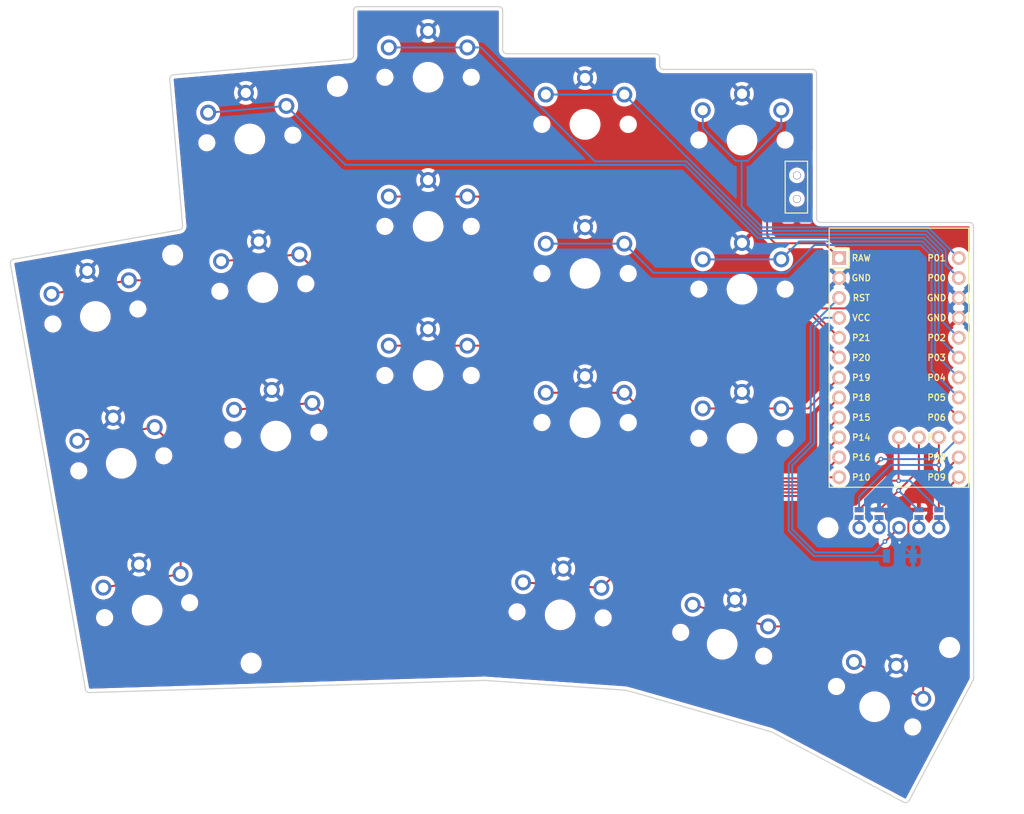
<source format=kicad_pcb>
(kicad_pcb (version 20240108) (generator "pcbnew") (generator_version "8.0")
  (title_block (title "main") (date "2025-09-07") (rev "v1.0.0") (company "Unknown"))
  (layers (0 "F.Cu" signal) (31 "B.Cu" signal) (34 "B.Paste" user) (35 "F.Paste" user) (36 "B.SilkS" user "B.Silkscreen") (37 "F.SilkS" user "F.Silkscreen") (38 "B.Mask" user) (39 "F.Mask" user) (44 "Edge.Cuts" user))
  (net 0 "")
  (net 1 "keys_pinky_bottom")
  (net 2 "GND")
  (net 3 "keys_pinky_home")
  (net 4 "keys_pinky_top")
  (net 5 "keys_ring_bottom")
  (net 6 "keys_ring_home")
  (net 7 "keys_ring_top")
  (net 8 "keys_middle_bottom")
  (net 9 "keys_middle_home")
  (net 10 "keys_middle_top")
  (net 11 "keys_index_bottom")
  (net 12 "keys_index_home")
  (net 13 "keys_index_top")
  (net 14 "keys_inner_bottom")
  (net 15 "keys_inner_home")
  (net 16 "keys_inner_top")
  (net 17 "keys_thumb_inner")
  (net 18 "keys_thumb_home")
  (net 19 "keys_thumb_outer")
  (net 20 "RAW")
  (net 21 "RST")
  (net 22 "VCC")
  (net 23 "MOSI")
  (net 24 "SCK")
  (net 25 "CS")
  (net 26 "nice!view1_1")
  (net 27 "nice!view1_2")
  (net 28 "nice!view1_4")
  (net 29 "nice!view1_5")
  (net 30 "B+")
  (footprint "E73:SPDT_C128955" (layer "F.Cu") (at 232.797799 96.095406 -90)
    (property "Reference" "T1" (hide yes))
    (property "Value" "" (hide yes))
    (fp_line (start -3.3 1.5) (end 3.3 1.5) (stroke (width 0.15)) (layer "F.SilkS"))
    (fp_line (start 3.3 1.5) (end 3.3 -1.35) (stroke (width 0.15)) (layer "F.SilkS"))
    (fp_line (start -3.3 -1.35) (end -3.3 1.5) (stroke (width 0.15)) (layer "F.SilkS"))
    (fp_line (start 0 -1.35) (end -3.3 -1.35) (stroke (width 0.15)) (layer "F.SilkS"))
    (fp_line (start 0 -1.35) (end 3.3 -1.35) (stroke (width 0.15)) (layer "F.SilkS"))
    (fp_line (start 1.95 -1.35) (end -1.95 -1.35) (stroke (width 0.15)) (layer "F.SilkS"))
    (pad "" smd rect (at -3.7 -1.1 270) (size 0.9 0.9) (layers "F.Cu" "F.Paste" "F.Mask"))
    (pad "" smd rect (at -3.7 1.1 270) (size 0.9 0.9) (layers "F.Cu" "F.Paste" "F.Mask"))
    (pad "" np_thru_hole circle (at -1.5 0) (size 1 1) (drill 0.9) (layers "*.Cu" "*.Mask"))
    (pad "" np_thru_hole circle (at 1.5 0) (size 1 1) (drill 0.9) (layers "*.Cu" "*.Mask"))
    (pad "" smd rect (at 3.7 -1.1 270) (size 0.9 0.9) (layers "F.Cu" "F.Paste" "F.Mask"))
    (pad "" smd rect (at 3.7 1.1 270) (size 0.9 0.9) (layers "F.Cu" "F.Paste" "F.Mask"))
    (pad "1" smd rect (at 2.25 2.075 270) (size 0.9 1.25) (layers "F.Cu" "F.Paste" "F.Mask") (net 30 "B+"))
    (pad "2" smd rect (at -0.75 2.075 270) (size 0.9 1.25) (layers "F.Cu" "F.Paste" "F.Mask") (net 20 "RAW"))
    (pad "3" smd rect (at -2.25 2.075 270) (size 0.9 1.25) (layers "F.Cu" "F.Paste" "F.Mask"))
  )
  (footprint "b3u1000p" (layer "F.Cu") (at 245.897799 143.095406 180)
    (property "Reference" "" (at 0 0 180) (layer "F.SilkS") (effects (font (size 1.27 1.27))))
    (property "Value" "")
    (pad "1" smd rect (at 1.7 0 180) (size 0.9 1.7) (layers "B.Cu" "B.Paste" "B.Mask") (net 21 "RST"))
    (pad "2" smd rect (at -1.7 0 180) (size 0.9 1.7) (layers "B.Cu" "B.Paste" "B.Mask") (net 2 "GND"))
  )
  (footprint "PG1350" (layer "F.Cu") (at 166.39684 127.815689 5)
    (property "Reference" "S4" (hide yes))
    (property "Value" "" (hide yes))
    (pad "" np_thru_hole circle (at -5.5 0) (size 1.7018 1.7018) (drill 1.7018) (layers "*.Cu" "*.Mask"))
    (pad "" np_thru_hole circle (at 0 0) (size 3.429 3.429) (drill 3.429) (layers "*.Cu" "*.Mask"))
    (pad "" np_thru_hole circle (at 5.5 0) (size 1.7018 1.7018) (drill 1.7018) (layers "*.Cu" "*.Mask"))
    (pad "1" thru_hole circle (at -5 -3.8) (size 2.032 2.032) (drill 1.27) (layers "*.Cu" "*.Mask") (net 5 "keys_ring_bottom"))
    (pad "1" thru_hole circle (at 5 -3.8) (size 2.032 2.032) (drill 1.27) (layers "*.Cu" "*.Mask") (net 5 "keys_ring_bottom"))
    (pad "2" thru_hole circle (at 0 -5.9) (size 2.032 2.032) (drill 1.27) (layers "*.Cu" "*.Mask") (net 2 "GND"))
    (pad "2" thru_hole circle (at 0 -5.9) (size 2.032 2.032) (drill 1.27) (layers "*.Cu" "*.Mask") (net 2 "GND"))
  )
  (footprint "PG1350" (layer "F.Cu") (at 163.084922 89.960291 5)
    (property "Reference" "S6" (hide yes))
    (property "Value" "" (hide yes))
    (pad "" np_thru_hole circle (at -5.5 0) (size 1.7018 1.7018) (drill 1.7018) (layers "*.Cu" "*.Mask"))
    (pad "" np_thru_hole circle (at 0 0) (size 3.429 3.429) (drill 3.429) (layers "*.Cu" "*.Mask"))
    (pad "" np_thru_hole circle (at 5.5 0) (size 1.7018 1.7018) (drill 1.7018) (layers "*.Cu" "*.Mask"))
    (pad "1" thru_hole circle (at -5 -3.8) (size 2.032 2.032) (drill 1.27) (layers "*.Cu" "*.Mask") (net 7 "keys_ring_top"))
    (pad "1" thru_hole circle (at 5 -3.8) (size 2.032 2.032) (drill 1.27) (layers "*.Cu" "*.Mask") (net 7 "keys_ring_top"))
    (pad "2" thru_hole circle (at 0 -5.9) (size 2.032 2.032) (drill 1.27) (layers "*.Cu" "*.Mask") (net 2 "GND"))
    (pad "2" thru_hole circle (at 0 -5.9) (size 2.032 2.032) (drill 1.27) (layers "*.Cu" "*.Mask") (net 2 "GND"))
  )
  (footprint "PG1350" (layer "F.Cu") (at 223.272301 154.342611 -16)
    (property "Reference" "S17" (hide yes))
    (property "Value" "" (hide yes))
    (pad "" np_thru_hole circle (at -5.5 0) (size 1.7018 1.7018) (drill 1.7018) (layers "*.Cu" "*.Mask"))
    (pad "" np_thru_hole circle (at 0 0) (size 3.429 3.429) (drill 3.429) (layers "*.Cu" "*.Mask"))
    (pad "" np_thru_hole circle (at 5.5 0) (size 1.7018 1.7018) (drill 1.7018) (layers "*.Cu" "*.Mask"))
    (pad "1" thru_hole circle (at -5 -3.8) (size 2.032 2.032) (drill 1.27) (layers "*.Cu" "*.Mask") (net 18 "keys_thumb_home"))
    (pad "1" thru_hole circle (at 4.999999 -3.8) (size 2.032 2.032) (drill 1.27) (layers "*.Cu" "*.Mask") (net 18 "keys_thumb_home"))
    (pad "2" thru_hole circle (at 0 -5.9) (size 2.032 2.032) (drill 1.27) (layers "*.Cu" "*.Mask") (net 2 "GND"))
    (pad "2" thru_hole circle (at 0 -5.9) (size 2.032 2.032) (drill 1.27) (layers "*.Cu" "*.Mask") (net 2 "GND"))
  )
  (footprint "PG1350" (layer "F.Cu") (at 185.797799 120.095406)
    (property "Reference" "S7" (hide yes))
    (property "Value" "" (hide yes))
    (pad "" np_thru_hole circle (at -5.5 0) (size 1.7018 1.7018) (drill 1.7018) (layers "*.Cu" "*.Mask"))
    (pad "" np_thru_hole circle (at 0 0) (size 3.429 3.429) (drill 3.429) (layers "*.Cu" "*.Mask"))
    (pad "" np_thru_hole circle (at 5.5 0) (size 1.7018 1.7018) (drill 1.7018) (layers "*.Cu" "*.Mask"))
    (pad "1" thru_hole circle (at -5 -3.8) (size 2.032 2.032) (drill 1.27) (layers "*.Cu" "*.Mask") (net 8 "keys_middle_bottom"))
    (pad "1" thru_hole circle (at 5 -3.8) (size 2.032 2.032) (drill 1.27) (layers "*.Cu" "*.Mask") (net 8 "keys_middle_bottom"))
    (pad "2" thru_hole circle (at 0 -5.9) (size 2.032 2.032) (drill 1.27) (layers "*.Cu" "*.Mask") (net 2 "GND"))
    (pad "2" thru_hole circle (at 0 -5.9) (size 2.032 2.032) (drill 1.27) (layers "*.Cu" "*.Mask") (net 2 "GND"))
  )
  (footprint "PG1350" (layer "F.Cu") (at 205.797799 107.095406)
    (property "Reference" "S11" (hide yes))
    (property "Value" "" (hide yes))
    (pad "" np_thru_hole circle (at -5.5 0) (size 1.7018 1.7018) (drill 1.7018) (layers "*.Cu" "*.Mask"))
    (pad "" np_thru_hole circle (at 0 0) (size 3.429 3.429) (drill 3.429) (layers "*.Cu" "*.Mask"))
    (pad "" np_thru_hole circle (at 5.5 0) (size 1.7018 1.7018) (drill 1.7018) (layers "*.Cu" "*.Mask"))
    (pad "1" thru_hole circle (at -5 -3.8) (size 2.032 2.032) (drill 1.27) (layers "*.Cu" "*.Mask") (net 12 "keys_index_home"))
    (pad "1" thru_hole circle (at 5 -3.8) (size 2.032 2.032) (drill 1.27) (layers "*.Cu" "*.Mask") (net 12 "keys_index_home"))
    (pad "2" thru_hole circle (at 0 -5.9) (size 2.032 2.032) (drill 1.27) (layers "*.Cu" "*.Mask") (net 2 "GND"))
    (pad "2" thru_hole circle (at 0 -5.9) (size 2.032 2.032) (drill 1.27) (layers "*.Cu" "*.Mask") (net 2 "GND"))
  )
  (footprint "PG1350" (layer "F.Cu") (at 185.797799 101.095406)
    (property "Reference" "S8" (hide yes))
    (property "Value" "" (hide yes))
    (pad "" np_thru_hole circle (at -5.5 0) (size 1.7018 1.7018) (drill 1.7018) (layers "*.Cu" "*.Mask"))
    (pad "" np_thru_hole circle (at 0 0) (size 3.429 3.429) (drill 3.429) (layers "*.Cu" "*.Mask"))
    (pad "" np_thru_hole circle (at 5.5 0) (size 1.7018 1.7018) (drill 1.7018) (layers "*.Cu" "*.Mask"))
    (pad "1" thru_hole circle (at -5 -3.8) (size 2.032 2.032) (drill 1.27) (layers "*.Cu" "*.Mask") (net 9 "keys_middle_home"))
    (pad "1" thru_hole circle (at 5 -3.8) (size 2.032 2.032) (drill 1.27) (layers "*.Cu" "*.Mask") (net 9 "keys_middle_home"))
    (pad "2" thru_hole circle (at 0 -5.9) (size 2.032 2.032) (drill 1.27) (layers "*.Cu" "*.Mask") (net 2 "GND"))
    (pad "2" thru_hole circle (at 0 -5.9) (size 2.032 2.032) (drill 1.27) (layers "*.Cu" "*.Mask") (net 2 "GND"))
  )
  (footprint "PG1350" (layer "F.Cu") (at 185.797799 82.095406)
    (property "Reference" "S9" (hide yes))
    (property "Value" "" (hide yes))
    (pad "" np_thru_hole circle (at -5.5 0) (size 1.7018 1.7018) (drill 1.7018) (layers "*.Cu" "*.Mask"))
    (pad "" np_thru_hole circle (at 0 0) (size 3.429 3.429) (drill 3.429) (layers "*.Cu" "*.Mask"))
    (pad "" np_thru_hole circle (at 5.5 0) (size 1.7018 1.7018) (drill 1.7018) (layers "*.Cu" "*.Mask"))
    (pad "1" thru_hole circle (at -5 -3.8) (size 2.032 2.032) (drill 1.27) (layers "*.Cu" "*.Mask") (net 10 "keys_middle_top"))
    (pad "1" thru_hole circle (at 5 -3.8) (size 2.032 2.032) (drill 1.27) (layers "*.Cu" "*.Mask") (net 10 "keys_middle_top"))
    (pad "2" thru_hole circle (at 0 -5.9) (size 2.032 2.032) (drill 1.27) (layers "*.Cu" "*.Mask") (net 2 "GND"))
    (pad "2" thru_hole circle (at 0 -5.9) (size 2.032 2.032) (drill 1.27) (layers "*.Cu" "*.Mask") (net 2 "GND"))
  )
  (footprint "MountingHole:MountingHole_2.2mm_M2" (layer "F.Cu") (at 163.25 156.75)
    (property "Reference" "REF**" (hide yes))
    (property "Value" "MountingHole_2.2mm_M2")
    (pad "" np_thru_hole circle (at 0 0) (size 2.2 2.2) (drill 2.2) (layers "*.Cu" "*.Mask"))
  )
  (footprint "MountingHole:MountingHole_2.2mm_M2" (layer "F.Cu") (at 236.75 139.5)
    (property "Reference" "REF**" (hide yes))
    (property "Value" "MountingHole_2.2mm_M2")
    (pad "" np_thru_hole circle (at 0 0) (size 2.2 2.2) (drill 2.2) (layers "*.Cu" "*.Mask"))
  )
  (footprint "PG1350" (layer "F.Cu") (at 242.691475 162.301204 -28)
    (property "Reference" "S18" (hide yes))
    (property "Value" "" (hide yes))
    (pad "" np_thru_hole circle (at -5.5 0) (size 1.7018 1.7018) (drill 1.7018) (layers "*.Cu" "*.Mask"))
    (pad "" np_thru_hole circle (at 0 0) (size 3.429 3.429) (drill 3.429) (layers "*.Cu" "*.Mask"))
    (pad "" np_thru_hole circle (at 5.5 0) (size 1.7018 1.7018) (drill 1.7018) (layers "*.Cu" "*.Mask"))
    (pad "1" thru_hole circle (at -5 -3.8) (size 2.032 2.032) (drill 1.27) (layers "*.Cu" "*.Mask") (net 19 "keys_thumb_outer"))
    (pad "1" thru_hole circle (at 5 -3.8) (size 2.032 2.032) (drill 1.27) (layers "*.Cu" "*.Mask") (net 19 "keys_thumb_outer"))
    (pad "2" thru_hole circle (at 0 -5.9) (size 2.032 2.032) (drill 1.27) (layers "*.Cu" "*.Mask") (net 2 "GND"))
    (pad "2" thru_hole circle (at 0 -5.9) (size 2.032 2.032) (drill 1.27) (layers "*.Cu" "*.Mask") (net 2 "GND"))
  )
  (footprint "PG1350" (layer "F.Cu") (at 164.740881 108.88799 5)
    (property "Reference" "S5" (hide yes))
    (property "Value" "" (hide yes))
    (pad "" np_thru_hole circle (at -5.5 0) (size 1.7018 1.7018) (drill 1.7018) (layers "*.Cu" "*.Mask"))
    (pad "" np_thru_hole circle (at 0 0) (size 3.429 3.429) (drill 3.429) (layers "*.Cu" "*.Mask"))
    (pad "" np_thru_hole circle (at 5.5 0) (size 1.7018 1.7018) (drill 1.7018) (layers "*.Cu" "*.Mask"))
    (pad "1" thru_hole circle (at -5 -3.8) (size 2.032 2.032) (drill 1.27) (layers "*.Cu" "*.Mask") (net 6 "keys_ring_home"))
    (pad "1" thru_hole circle (at 5 -3.8) (size 2.032 2.032) (drill 1.27) (layers "*.Cu" "*.Mask") (net 6 "keys_ring_home"))
    (pad "2" thru_hole circle (at 0 -5.9) (size 2.032 2.032) (drill 1.27) (layers "*.Cu" "*.Mask") (net 2 "GND"))
    (pad "2" thru_hole circle (at 0 -5.9) (size 2.032 2.032) (drill 1.27) (layers "*.Cu" "*.Mask") (net 2 "GND"))
  )
  (footprint "lib:niceview" (layer "F.Cu") (at 240.717799 141.095406 90)
    (property "Reference" "nice!view1" (hide yes))
    (property "Value" "nice!view" (hide yes))
    (pad "1" thru_hole oval (at 1.6 0) (size 1.7 1.7) (drill 1) (layers "*.Cu" "*.Mask") (net 26 "nice!view1_1"))
    (pad "1" smd rect (at 2.899 0 90) (size 0.635 1.143) (layers "F.Cu" "F.Paste" "F.Mask") (net 26 "nice!view1_1") (clearance 0.1905))
    (pad "1" smd rect (at 2.899 0 90) (size 0.635 1.143) (layers "B.Cu" "B.Paste" "B.Mask") (net 26 "nice!view1_1") (clearance 0.1905))
    (pad "1" smd rect (at 3.9 0 90) (size 0.635 1.143) (layers "F.Cu" "F.Paste" "F.Mask") (net 23 "MOSI") (clearance 0.1905))
    (pad "1" smd rect (at 3.9 0 90) (size 0.635 1.143) (layers "B.Cu" "B.Paste" "B.Mask") (net 25 "CS") (clearance 0.1905))
    (pad "2" thru_hole oval (at 1.6 2.54) (size 1.7 1.7) (drill 1) (layers "*.Cu" "*.Mask") (net 27 "nice!view1_2"))
    (pad "2" smd rect (at 2.899 2.54 90) (size 0.635 1.143) (layers "F.Cu" "F.Paste" "F.Mask") (net 27 "nice!view1_2") (clearance 0.1905))
    (pad "2" smd rect (at 2.899 2.54 90) (size 0.635 1.143) (layers "B.Cu" "B.Paste" "B.Mask") (net 27 "nice!view1_2") (clearance 0.1905))
    (pad "2" smd rect (at 3.9 2.54 90) (size 0.635 1.143) (layers "F.Cu" "F.Paste" "F.Mask") (net 24 "SCK") (clearance 0.1905))
    (pad "2" smd rect (at 3.9 2.54 90) (size 0.635 1.143) (layers "B.Cu" "B.Paste" "B.Mask") (net 2 "GND") (clearance 0.1905))
    (pad "3" thru_hole oval (at 1.6 5.08) (size 1.7 1.7) (drill 1) (layers "*.Cu" "*.Mask") (net 22 "VCC"))
    (pad "4" thru_hole oval (at 1.6 7.62) (size 1.7 1.7) (drill 1) (layers "*.Cu" "*.Mask") (net 28 "nice!view1_4"))
    (pad "4" smd rect (at 2.899 7.62 90) (size 0.635 1.143) (layers "F.Cu" "F.Paste" "F.Mask") (net 28 "nice!view1_4") (clearance 0.1905))
    (pad "4" smd rect (at 2.899 7.62 90) (size 0.635 1.143) (layers "B.Cu" "B.Paste" "B.Mask") (net 28 "nice!view1_4") (clearance 0.1905))
    (pad "4" smd rect (at 3.9 7.62 90) (size 0.635 1.143) (layers "F.Cu" "F.Paste" "F.Mask") (net 2 "GND") (clearance 0.1905))
    (pad "4" smd rect (at 3.9 7.62 90) (size 0.635 1.143) (layers "B.Cu" "B.Paste" "B.Mask") (net 24 "SCK") (clearance 0.1905))
    (pad "5" thru_hole oval (at 1.6 10.16) (size 1.7 1.7) (drill 1) (layers "*.Cu" "*.Mask") (net 29 "nice!view1_5"))
    (pad "5" smd rect (at 2.899 10.16 90) (size 0.635 1.143) (layers "F.Cu" "F.Paste" "F.Mask") (net 29 "nice!view1_5") (clearance 0.1905))
    (pad "5" smd rect (at 2.899 10.16 90) (size 0.635 1.143) (layers "B.Cu" "B.Paste" "B.Mask") (net 29 "nice!view1_5") (clearance 0.1905))
    (pad "5" smd rect (at 3.9 10.16 90) (size 0.635 1.143) (layers "F.Cu" "F.Paste" "F.Mask") (net 25 "CS") (clearance 0.1905))
    (pad "5" smd rect (at 3.9 10.16 90) (size 0.635 1.143) (layers "B.Cu" "B.Paste" "B.Mask") (net 23 "MOSI") (clearance 0.1905))
  )
  (footprint "PG1350" (layer "F.Cu") (at 225.797799 109.095406)
    (property "Reference" "S14" (hide yes))
    (property "Value" "" (hide yes))
    (pad "" np_thru_hole circle (at -5.5 0) (size 1.7018 1.7018) (drill 1.7018) (layers "*.Cu" "*.Mask"))
    (pad "" np_thru_hole circle (at 0 0) (size 3.429 3.429) (drill 3.429) (layers "*.Cu" "*.Mask"))
    (pad "" np_thru_hole circle (at 5.5 0) (size 1.7018 1.7018) (drill 1.7018) (layers "*.Cu" "*.Mask"))
    (pad "1" thru_hole circle (at -5 -3.8) (size 2.032 2.032) (drill 1.27) (layers "*.Cu" "*.Mask") (net 15 "keys_inner_home"))
    (pad "1" thru_hole circle (at 5 -3.8) (size 2.032 2.032) (drill 1.27) (layers "*.Cu" "*.Mask") (net 15 "keys_inner_home"))
    (pad "2" thru_hole circle (at 0 -5.9) (size 2.032 2.032) (drill 1.27) (layers "*.Cu" "*.Mask") (net 2 "GND"))
    (pad "2" thru_hole circle (at 0 -5.9) (size 2.032 2.032) (drill 1.27) (layers "*.Cu" "*.Mask") (net 2 "GND"))
  )
  (footprint "ProMicro" (layer "F.Cu") (at 245.797799 119.095406 -90)
    (property "Reference" "MCU1" (hide yes))
    (property "Value" "" (hide yes))
    (fp_line (start -17.78 8.89) (end 15.24 8.89) (stroke (width 0.15)) (layer "F.SilkS"))
    (fp_line (start 15.24 8.89) (end 15.24 -8.89) (stroke (width 0.15)) (layer "F.SilkS"))
    (fp_line (start -15.24 6.35) (end -15.24 8.89) (stroke (width 0.15)) (layer "F.SilkS"))
    (fp_line (start -15.24 6.35) (end -12.7 6.35) (stroke (width 0.15)) (layer "F.SilkS"))
    (fp_line (start -12.7 6.35) (end -12.7 8.89) (stroke (width 0.15)) (layer "F.SilkS"))
    (fp_line (start -17.78 -8.89) (end -17.78 8.89) (stroke (width 0.15)) (layer "F.SilkS"))
    (fp_line (start 15.24 -8.89) (end -17.78 -8.89) (stroke (width 0.15)) (layer "F.SilkS"))
    (fp_text user "P03" (at -1.27 -4.8 0) (layer "F.SilkS") (effects (font (size 0.8 0.8))))
    (fp_text user "RAW" (at -13.97 4.8 0) (layer "F.SilkS") (effects (font (size 0.8 0.8))))
    (fp_text user "P00" (at -11.43 -4.8 0) (layer "F.SilkS") (effects (font (size 0.8 0.8))))
    (fp_text user "P09" (at 13.97 -4.8 0) (layer "F.SilkS") (effects (font (size 0.8 0.8))))
    (fp_text user "P14" (at 8.89 4.8 0) (layer "F.SilkS") (effects (font (size 0.8 0.8))))
    (fp_text user "P20" (at -1.27 4.8 0) (layer "F.SilkS") (effects (font (size 0.8 0.8))))
    (fp_text user "P19" (at 1.27 4.8 0) (layer "F.SilkS") (effects (font (size 0.8 0.8))))
    (fp_text user "RST" (at -8.89 4.8 0) (layer "F.SilkS") (effects (font (size 0.8 0.8))))
    (fp_text user "P16" (at 11.43 4.8 0) (layer "F.SilkS") (effects (font (size 0.8 0.8))))
    (fp_text user "P15" (at 6.35 4.8 0) (layer "F.SilkS") (effects (font (size 0.8 0.8))))
    (fp_text user "P01" (at -13.97 -4.8 0) (layer "F.SilkS") (effects (font (size 0.8 0.8))))
    (fp_text user "GND" (at -8.89 -4.8 0) (layer "F.SilkS") (effects (font (size 0.8 0.8))))
    (fp_text user "P21" (at -3.81 4.8 0) (layer "F.SilkS") (effects (font (size 0.8 0.8))))
    (fp_text user "GND" (at -6.35 -4.8 0) (layer "F.SilkS") (effects (font (size 0.8 0.8))))
    (fp_text user "P06" (at 6.35 -4.8 0) (layer "F.SilkS") (effects (font (size 0.8 0.8))))
    (fp_text user "P08" (at 11.43 -4.8 0) (layer "F.SilkS") (effects (font (size 0.8 0.8))))
    (fp_text user "P18" (at 3.81 4.8 0) (layer "F.SilkS") (effects (font (size 0.8 0.8))))
    (fp_text user "P05" (at 3.81 -4.8 0) (layer "F.SilkS") (effects (font (size 0.8 0.8))))
    (fp_text user "P07" (at 8.89 -4.8 0) (layer "F.SilkS") (effects (font (size 0.8 0.8))))
    (fp_text user "P10" (at 13.97 4.8 0) (layer "F.SilkS") (effects (font (size 0.8 0.8))))
    (fp_text user "VCC" (at -6.35 4.8 0) (layer "F.SilkS") (effects (font (size 0.8 0.8))))
    (fp_text user "P02" (at -3.81 -4.8 0) (layer "F.SilkS") (effects (font (size 0.8 0.8))))
    (fp_text user "GND" (at -11.43 4.8 0) (layer "F.SilkS") (effects (font (size 0.8 0.8))))
    (fp_text user "P04" (at 1.27 -4.8 0) (layer "F.SilkS") (effects (font (size 0.8 0.8))))
    (pad "1" thru_hole rect (at -13.97 7.62 270) (size 1.7526 1.7526) (drill 1.0922) (layers "*.Cu" "*.SilkS" "*.Mask") (net 20 "RAW"))
    (pad "2" thru_hole circle (at -11.43 7.62) (size 1.7526 1.7526) (drill 1.0922) (layers "*.Cu" "*.SilkS" "*.Mask") (net 2 "GND"))
    (pad "3" thru_hole circle (at -8.89 7.62) (size 1.7526 1.7526) (drill 1.0922) (layers "*.Cu" "*.SilkS" "*.Mask") (net 21 "RST"))
    (pad "4" thru_hole circle (at -6.35 7.62) (size 1.7526 1.7526) (drill 1.0922) (layers "*.Cu" "*.SilkS" "*.Mask") (net 22 "VCC"))
    (pad "5" thru_hole circle (at -3.81 7.62) (size 1.7526 1.7526) (drill 1.0922) (layers "*.Cu" "*.SilkS" "*.Mask") (net 6 "keys_ring_home"))
    (pad "6" thru_hole circle (at -1.27 7.62) (size 1.7526 1.7526) (drill 1.0922) (layers "*.Cu" "*.SilkS" "*.Mask") (net 4 "keys_pinky_top"))
    (pad "7" thru_hole circle (at 1.27 7.62) (size 1.7526 1.7526) (drill 1.0922) (layers "*.Cu" "*.SilkS" "*.Mask") (net 14 "keys_inner_bottom"))
    (pad "8" thru_hole circle (at 3.81 7.62) (size 1.7526 1.7526) (drill 1.0922) (layers "*.Cu" "*.SilkS" "*.Mask") (net 11 "keys_index_bottom"))
    (pad "9" thru_hole circle (at 6.35 7.62) (size 1.7526 1.7526) (drill 1.0922) (layers "*.Cu" "*.SilkS" "*.Mask") (net 8 "keys_middle_bottom"))
    (pad "10" thru_hole circle (at 8.89 7.62) (size 1.7526 1.7526) (drill 1.0922) (layers "*.Cu" "*.SilkS" "*.Mask") (net 5 "keys_ring_bottom"))
    (pad "11" thru_hole circle (at 11.43 7.62) (size 1.7526 1.7526) (drill 1.0922) (layers "*.Cu" "*.SilkS" "*.Mask") (net 3 "keys_pinky_home"))
    (pad "12" thru_hole circle (at 13.97 7.62) (size 1.7526 1.7526) (drill 1.0922) (layers "*.Cu" "*.SilkS" "*.Mask") (net 1 "keys_pinky_bottom"))
    (pad "13" thru_hole circle (at -13.97 -7.62) (size 1.7526 1.7526) (drill 1.0922) (layers "*.Cu" "*.SilkS" "*.Mask") (net 16 "keys_inner_top"))
    (pad "14" thru_hole circle (at -11.43 -7.62) (size 1.7526 1.7526) (drill 1.0922) (layers "*.Cu" "*.SilkS" "*.Mask") (net 13 "keys_index_top"))
    (pad "15" thru_hole circle (at -8.89 -7.62) (size 1.7526 1.7526) (drill 1.0922) (layers "*.Cu" "*.SilkS" "*.Mask") (net 2 "GND"))
    (pad "16" thru_hole circle (at -6.35 -7.62) (size 1.7526 1.7526) (drill 1.0922) (layers "*.Cu" "*.SilkS" "*.Mask") (net 2 "GND"))
    (pad "17" thru_hole circle (at -3.81 -7.62) (size 1.7526 1.7526) (drill 1.0922) (layers "*.Cu" "*.SilkS" "*.Mask") (net 10 "keys_middle_top"))
    (pad "18" thru_hole circle (at -1.27 -7.62) (size 1.7526 1.7526) (drill 1.0922) (layers "*.Cu" "*.SilkS" "*.Mask") (net 7 "keys_ring_top"))
    (pad "19" thru_hole circle (at 1.27 -7.62) (size 1.7526 1.7526) (drill 1.0922) (layers "*.Cu" "*.SilkS" "*.Mask") (net 15 "keys_inner_home"))
    (pad "20" thru_hole circle (at 3.81 -7.62) (size 1.7526 1.7526) (drill 1.0922) (layers "*.Cu" "*.SilkS" "*.Mask") (net 12 "keys_index_home"))
    (pad "21" thru_hole circle (at 6.35 -7.62) (size 1.7526 1.7526) (drill 1.0922) (layers "*.Cu" "*.SilkS" "*.Mask") (net 9 "keys_middle_home"))
    (pad "22" thru_hole circle (at 8.89 -7.62) (size 1.7526 1.7526) (drill 1.0922) (layers "*.Cu" "*.SilkS" "*.Mask") (net 17 "keys_thumb_inner"))
    (pad "23" thru_hole circle (at 11.43 -7.62) (size 1.7526 1.7526) (drill 1.0922) (layers "*.Cu" "*.SilkS" "*.Mask") (net 18 "keys_thumb_home"))
    (pad "24" thru_hole circle (at 13.97 -7.62) (size 1.7526 1.7526) (drill 1.0922) (layers "*.Cu" "*.SilkS" "*.Mask") (net 19 "keys_thumb_outer"))
    (pad "31" thru_hole circle (at 8.89 -5.08) (size 1.7526 1.7526) (drill 1.0922) (layers "*.Cu" "*.SilkS" "*.Mask") (net 25 "CS"))
    (pad "32" thru_hole circle (at 8.89 -2.54) (size 1.7526 1.7526) (drill 1.0922) (layers "*.Cu" "*.SilkS" "*.Mask") (net 24 "SCK"))
    (pad "33" thru_hole circle (at 8.89 0) (size 1.7526 1.7526) (drill 1.0922) (layers "*.Cu" "*.SilkS" "*.Mask") (net 23 "MOSI"))
  )
  (footprint "MountingHole:MountingHole_2.2mm_M2" (layer "F.Cu") (at 174.25 83.25)
    (property "Reference" "REF**" (hide yes))
    (property "Value" "MountingHole_2.2mm_M2")
    (pad "" np_thru_hole circle (at 0 0) (size 2.2 2.2) (drill 2.2) (layers "*.Cu" "*.Mask"))
  )
  (footprint "PG1350" (layer "F.Cu") (at 146.700685 131.288653 10)
    (property "Reference" "S2" (hide yes))
    (property "Value" "" (hide yes))
    (pad "" np_thru_hole circle (at -5.5 0) (size 1.7018 1.7018) (drill 1.7018) (layers "*.Cu" "*.Mask"))
    (pad "" np_thru_hole circle (at 0 0) (size 3.429 3.429) (drill 3.429) (layers "*.Cu" "*.Mask"))
    (pad "" np_thru_hole circle (at 5.5 0) (size 1.7018 1.7018) (drill 1.7018) (layers "*.Cu" "*.Mask"))
    (pad "1" thru_hole circle (at -5 -3.8) (size 2.032 2.032) (drill 1.27) (layers "*.Cu" "*.Mask") (net 3 "keys_pinky_home"))
    (pad "1" thru_hole circle (at 5 -3.8) (size 2.032 2.032) (drill 1.27) (layers "*.Cu" "*.Mask") (net 3 "keys_pinky_home"))
    (pad "2" thru_hole circle (at 0 -5.9) (size 2.032 2.032) (drill 1.27) (layers "*.Cu" "*.Mask") (net 2 "GND"))
    (pad "2" thru_hole circle (at 0 -5.9) (size 2.032 2.032) (drill 1.27) (layers "*.Cu" "*.Mask") (net 2 "GND"))
  )
  (footprint "PG1350" (layer "F.Cu") (at 143.401369 112.577305 10)
    (property "Reference" "S3" (hide yes))
    (property "Value" "" (hide yes))
    (pad "" np_thru_hole circle (at -5.5 0) (size 1.7018 1.7018) (drill 1.7018) (layers "*.Cu" "*.Mask"))
    (pad "" np_thru_hole circle (at 0 0) (size 3.429 3.429) (drill 3.429) (layers "*.Cu" "*.Mask"))
    (pad "" np_thru_hole circle (at 5.5 0) (size 1.7018 1.7018) (drill 1.7018) (layers "*.Cu" "*.Mask"))
    (pad "1" thru_hole circle (at -5 -3.8) (size 2.032 2.032) (drill 1.27) (layers "*.Cu" "*.Mask") (net 4 "keys_pinky_top"))
    (pad "1" thru_hole circle (at 5 -3.8) (size 2.032 2.032) (drill 1.27) (layers "*.Cu" "*.Mask") (net 4 "keys_pinky_top"))
    (pad "2" thru_hole circle (at 0 -5.9) (size 2.032 2.032) (drill 1.27) (layers "*.Cu" "*.Mask") (net 2 "GND"))
    (pad "2" thru_hole circle (at 0 -5.9) (size 2.032 2.032) (drill 1.27) (layers "*.Cu" "*.Mask") (net 2 "GND"))
  )
  (footprint "PG1350" (layer "F.Cu") (at 150 150 10)
    (property "Reference" "S1" (hide yes))
    (property "Value" "" (hide yes))
    (pad "" np_thru_hole circle (at -5.5 0) (size 1.7018 1.7018) (drill 1.7018) (layers "*.Cu" "*.Mask"))
    (pad "" np_thru_hole circle (at 0 0) (size 3.429 3.429) (drill 3.429) (layers "*.Cu" "*.Mask"))
    (pad "" np_thru_hole circle (at 5.5 0) (size 1.7018 1.7018) (drill 1.7018) (layers "*.Cu" "*.Mask"))
    (pad "1" thru_hole circle (at -5 -3.8) (size 2.032 2.032) (drill 1.27) (layers "*.Cu" "*.Mask") (net 1 "keys_pinky_bottom"))
    (pad "1" thru_hole circle (at 5 -3.8) (size 2.032 2.032) (drill 1.27) (layers "*.Cu" "*.Mask") (net 1 "keys_pinky_bottom"))
    (pad "2" thru_hole circle (at 0 -5.9) (size 2.032 2.032) (drill 1.27) (layers "*.Cu" "*.Mask") (net 2 "GND"))
    (pad "2" thru_hole circle (at 0 -5.9) (size 2.032 2.032) (drill 1.27) (layers "*.Cu" "*.Mask") (net 2 "GND"))
  )
  (footprint "PG1350" (layer "F.Cu") (at 225.797799 128.095406)
    (property "Reference" "S13" (hide yes))
    (property "Value" "" (hide yes))
    (pad "" np_thru_hole circle (at -5.5 0) (size 1.7018 1.7018) (drill 1.7018) (layers "*.Cu" "*.Mask"))
    (pad "" np_thru_hole circle (at 0 0) (size 3.429 3.429) (drill 3.429) (layers "*.Cu" "*.Mask"))
    (pad "" np_thru_hole circle (at 5.5 0) (size 1.7018 1.7018) (drill 1.7018) (layers "*.Cu" "*.Mask"))
    (pad "1" thru_hole circle (at -5 -3.8) (size 2.032 2.032) (drill 1.27) (layers "*.Cu" "*.Mask") (net 14 "keys_inner_bottom"))
    (pad "1" thru_hole circle (at 5 -3.8) (size 2.032 2.032) (drill 1.27) (layers "*.Cu" "*.Mask") (net 14 "keys_inner_bottom"))
    (pad "2" thru_hole circle (at 0 -5.9) (size 2.032 2.032) (drill 1.27) (layers "*.Cu" "*.Mask") (net 2 "GND"))
    (pad "2" thru_hole circle (at 0 -5.9) (size 2.032 2.032) (drill 1.27) (layers "*.Cu" "*.Mask") (net 2 "GND"))
  )
  (footprint "PG1350" (layer "F.Cu") (at 202.622799 150.595406 -4)
    (property "Reference" "S16" (hide yes))
    (property "Value" "" (hide yes))
    (pad "" np_thru_hole circle (at -5.5 0) (size 1.7018 1.7018) (drill 1.7018) (layers "*.Cu" "*.Mask"))
    (pad "" np_thru_hole circle (at 0 0) (size 3.429 3.429) (drill 3.429) (layers "*.Cu" "*.Mask"))
    (pad "" np_thru_hole circle (at 5.5 0) (size 1.7018 1.7018) (drill 1.7018) (layers "*.Cu" "*.Mask"))
    (pad "1" thru_hole circle (at -5 -3.8) (size 2.032 2.032) (drill 1.27) (layers "*.Cu" "*.Mask") (net 17 "keys_thumb_inner"))
    (pad "1" thru_hole circle (at 5 -3.8) (size 2.032 2.032) (drill 1.27) (layers "*.Cu" "*.Mask") (net 17 "keys_thumb_inner"))
    (pad "2" thru_hole circle (at 0 -5.9) (size 2.032 2.032) (drill 1.27) (layers "*.Cu" "*.Mask") (net 2 "GND"))
    (pad "2" thru_hole circle (at 0 -5.9) (size 2.032 2.032) (drill 1.27) (layers "*.Cu" "*.Mask") (net 2 "GND"))
  )
  (footprint "PG1350" (layer "F.Cu") (at 205.797799 88.095406)
    (property "Reference" "S12" (hide yes))
    (property "Value" "" (hide yes))
    (pad "" np_thru_hole circle (at -5.5 0) (size 1.7018 1.7018) (drill 1.7018) (layers "*.Cu" "*.Mask"))
    (pad "" np_thru_hole circle (at 0 0) (size 3.429 3.429) (drill 3.429) (layers "*.Cu" "*.Mask"))
    (pad "" np_thru_hole circle (at 5.5 0) (size 1.7018 1.7018) (drill 1.7018) (layers "*.Cu" "*.Mask"))
    (pad "1" thru_hole circle (at -5 -3.8) (size 2.032 2.032) (drill 1.27) (layers "*.Cu" "*.Mask") (net 13 "keys_index_top"))
    (pad "1" thru_hole circle (at 5 -3.8) (size 2.032 2.032) (drill 1.27) (layers "*.Cu" "*.Mask") (net 13 "keys_index_top"))
    (pad "2" thru_hole circle (at 0 -5.9) (size 2.032 2.032) (drill 1.27) (layers "*.Cu" "*.Mask") (net 2 "GND"))
    (pad "2" thru_hole circle (at 0 -5.9) (size 2.032 2.032) (drill 1.27) (layers "*.Cu" "*.Mask") (net 2 "GND"))
  )
  (footprint "PG1350" (layer "F.Cu") (at 205.797799 126.095406)
    (property "Reference" "S10" (hide yes))
    (property "Value" "" (hide yes))
    (pad "" np_thru_hole circle (at -5.5 0) (size 1.7018 1.7018) (drill 1.7018) (layers "*.Cu" "*.Mask"))
    (pad "" np_thru_hole circle (at 0 0) (size 3.429 3.429) (drill 3.429) (layers "*.Cu" "*.Mask"))
    (pad "" np_thru_hole circle (at 5.5 0) (size 1.7018 1.7018) (drill 1.7018) (layers "*.Cu" "*.Mask"))
    (pad "1" thru_hole circle (at -5 -3.8) (size 2.032 2.032) (drill 1.27) (layers "*.Cu" "*.Mask") (net 11 "keys_index_bottom"))
    (pad "1" thru_hole circle (at 5 -3.8) (size 2.032 2.032) (drill 1.27) (layers "*.Cu" "*.Mask") (net 11 "keys_index_bottom"))
    (pad "2" thru_hole circle (at 0 -5.9) (size 2.032 2.032) (drill 1.27) (layers "*.Cu" "*.Mask") (net 2 "GND"))
    (pad "2" thru_hole circle (at 0 -5.9) (size 2.032 2.032) (drill 1.27) (layers "*.Cu" "*.Mask") (net 2 "GND"))
  )
  (footprint "PG1350" (layer "F.Cu") (at 225.797799 90.095406)
    (property "Reference" "S15" (hide yes))
    (property "Value" "" (hide yes))
    (pad "" np_thru_hole circle (at -5.5 0) (size 1.7018 1.7018) (drill 1.7018) (layers "*.Cu" "*.Mask"))
    (pad "" np_thru_hole circle (at 0 0) (size 3.429 3.429) (drill 3.429) (layers "*.Cu" "*.Mask"))
    (pad "" np_thru_hole circle (at 5.5 0) (size 1.7018 1.7018) (drill 1.7018) (layers "*.Cu" "*.Mask"))
    (pad "1" thru_hole circle (at -5 -3.8) (size 2.032 2.032) (drill 1.27) (layers "*.Cu" "*.Mask") (net 16 "keys_inner_top"))
    (pad "1" thru_hole circle (at 5 -3.8) (size 2.032 2.032) (drill 1.27) (layers "*.Cu" "*.Mask") (net 16 "keys_inner_top"))
    (pad "2" thru_hole circle (at 0 -5.9) (size 2.032 2.032) (drill 1.27) (layers "*.Cu" "*.Mask") (net 2 "GND"))
    (pad "2" thru_hole circle (at 0 -5.9) (size 2.032 2.032) (drill 1.27) (layers "*.Cu" "*.Mask") (net 2 "GND"))
  )
  (footprint "MountingHole:MountingHole_2.2mm_M2" (layer "F.Cu") (at 153.25 104.75)
    (property "Reference" "REF**" (hide yes))
    (property "Value" "MountingHole_2.2mm_M2")
    (pad "" np_thru_hole circle (at 0 0) (size 2.2 2.2) (drill 2.2) (layers "*.Cu" "*.Mask"))
  )
  (footprint "MountingHole:MountingHole_2.2mm_M2" (layer "F.Cu") (at 252.25 154.75)
    (property "Reference" "REF**" (hide yes))
    (property "Value" "MountingHole_2.2mm_M2")
    (pad "" np_thru_hole circle (at 0 0) (size 2.2 2.2) (drill 2.2) (layers "*.Cu" "*.Mask"))
  )
  (gr_line (start 230.51567 166.020437) (end 229.485688 165.49646) (stroke (width 0.15)) (layer "Edge.Cuts"))
  (gr_arc (start 212.135844 160.512064) (mid 212.140208 160.513251) (end 212.144561 160.514478) (stroke (width 0.15)) (layer "Edge.Cuts"))
  (gr_line (start 154.517356 101.014913) (end 152.880292 82.320652) (stroke (width 0.15)) (layer "Edge.Cuts"))
  (gr_line (start 176.297106 79.311886) (end 176.297743 73.59535) (stroke (width 0.15)) (layer "Edge.Cuts"))
  (gr_line (start 192.991743 158.946451) (end 142.639814 160.499582) (stroke (width 0.15)) (layer "Edge.Cuts"))
  (gr_arc (start 247.088969 174.266239) (mid 246.793681 174.509651) (end 246.412759 174.472977) (stroke (width 0.15)) (layer "Edge.Cuts"))
  (gr_arc (start 255.304706 158.68996) (mid 255.289857 158.81095) (end 255.24618 158.924755) (stroke (width 0.15)) (layer "Edge.Cuts"))
  (gr_line (start 195.797799 79.095406) (end 214.797799 79.095406) (stroke (width 0.15)) (layer "Edge.Cuts"))
  (gr_line (start 153.334808 81.778936) (end 175.840684 79.809927) (stroke (width 0.15)) (layer "Edge.Cuts"))
  (gr_arc (start 152.880292 82.320652) (mid 152.995336 81.95563) (end 153.334808 81.778936) (stroke (width 0.15)) (layer "Edge.Cuts"))
  (gr_arc (start 229.396795 165.461477) (mid 229.442081 165.476836) (end 229.485688 165.49646) (stroke (width 0.15)) (layer "Edge.Cuts"))
  (gr_line (start 210.9252 160.197944) (end 193.042037 158.947431) (stroke (width 0.15)) (layer "Edge.Cuts"))
  (gr_line (start 215.297799 79.595406) (end 215.297799 80.595406) (stroke (width 0.15)) (layer "Edge.Cuts"))
  (gr_arc (start 215.797799 81.095406) (mid 215.444244 80.948959) (end 215.297799 80.595406) (stroke (width 0.15)) (layer "Edge.Cuts"))
  (gr_arc (start 195.797799 79.095406) (mid 195.444244 78.948959) (end 195.297799 78.595406) (stroke (width 0.15)) (layer "Edge.Cuts"))
  (gr_arc (start 214.797799 79.095406) (mid 215.151351 79.241853) (end 215.297799 79.595406) (stroke (width 0.15)) (layer "Edge.Cuts"))
  (gr_arc (start 154.517356 101.014913) (mid 154.415935 101.362868) (end 154.106086 101.550935) (stroke (width 0.15)) (layer "Edge.Cuts"))
  (gr_arc (start 192.991743 158.946451) (mid 193.016902 158.946306) (end 193.042037 158.947431) (stroke (width 0.15)) (layer "Edge.Cuts"))
  (gr_line (start 235.797799 100.595406) (end 254.797859 100.595406) (stroke (width 0.15)) (layer "Edge.Cuts"))
  (gr_line (start 246.412759 174.472977) (end 230.523694 166.024611) (stroke (width 0.15)) (layer "Edge.Cuts"))
  (gr_arc (start 210.9252 160.197944) (mid 210.972688 160.203558) (end 211.019424 160.21368) (stroke (width 0.15)) (layer "Edge.Cuts"))
  (gr_arc (start 176.297106 79.311886) (mid 176.165715 79.64963) (end 175.840684 79.809927) (stroke (width 0.15)) (layer "Edge.Cuts"))
  (gr_arc (start 132.569686 105.856097) (mid 132.652526 105.482499) (end 132.975266 105.276869) (stroke (width 0.15)) (layer "Edge.Cuts"))
  (gr_line (start 255.297859 101.095347) (end 255.304706 158.68996) (stroke (width 0.15)) (layer "Edge.Cuts"))
  (gr_line (start 195.297799 73.595406) (end 195.297799 78.595406) (stroke (width 0.15)) (layer "Edge.Cuts"))
  (gr_line (start 176.797743 73.095406) (end 194.797799 73.095406) (stroke (width 0.15)) (layer "Edge.Cuts"))
  (gr_line (start 215.797799 81.095406) (end 234.797799 81.095406) (stroke (width 0.15)) (layer "Edge.Cuts"))
  (gr_arc (start 234.797799 81.095406) (mid 235.151351 81.241853) (end 235.297799 81.595406) (stroke (width 0.15)) (layer "Edge.Cuts"))
  (gr_line (start 212.135844 160.512064) (end 211.019424 160.21368) (stroke (width 0.15)) (layer "Edge.Cuts"))
  (gr_line (start 132.975266 105.276869) (end 154.106086 101.550935) (stroke (width 0.15)) (layer "Edge.Cuts"))
  (gr_arc (start 176.297743 73.59535) (mid 176.44421 73.241844) (end 176.797743 73.095406) (stroke (width 0.15)) (layer "Edge.Cuts"))
  (gr_arc (start 235.797799 100.595406) (mid 235.444244 100.448959) (end 235.297799 100.095406) (stroke (width 0.15)) (layer "Edge.Cuts"))
  (gr_line (start 132.569686 105.856097) (end 142.131995 160.086644) (stroke (width 0.15)) (layer "Edge.Cuts"))
  (gr_arc (start 254.797859 100.595406) (mid 255.151416 100.741818) (end 255.297859 101.095347) (stroke (width 0.15)) (layer "Edge.Cuts"))
  (gr_line (start 255.24618 158.924755) (end 247.088969 174.266239) (stroke (width 0.15)) (layer "Edge.Cuts"))
  (gr_line (start 235.297799 81.595406) (end 235.297799 100.095406) (stroke (width 0.15)) (layer "Edge.Cuts"))
  (gr_arc (start 230.51567 166.020437) (mid 230.519692 166.022506) (end 230.523694 166.024611) (stroke (width 0.15)) (layer "Edge.Cuts"))
  (gr_arc (start 142.639814 160.499582) (mid 142.308944 160.387752) (end 142.131995 160.086644) (stroke (width 0.15)) (layer "Edge.Cuts"))
  (gr_line (start 229.396795 165.461477) (end 212.144561 160.514478) (stroke (width 0.15)) (layer "Edge.Cuts"))
  (gr_arc (start 194.797799 73.095406) (mid 195.151351 73.241853) (end 195.297799 73.595406) (stroke (width 0.15)) (layer "Edge.Cuts"))
  (segment (start 154.264176 138.985824) (end 154.264176 145.38949) (width 0.25) (layer "F.Cu") (net 1))
  (segment (start 144.416098 147.125971) (end 154.264176 145.38949) (width 0.25) (layer "F.Cu") (net 1))
  (segment (start 236.274195 133.065406) (end 234.339601 135) (width 0.25) (layer "F.Cu") (net 1))
  (segment (start 238.177799 133.065406) (end 236.274195 133.065406) (width 0.25) (layer "F.Cu") (net 1))
  (segment (start 158.25 135) (end 154.264176 138.985824) (width 0.25) (layer "F.Cu") (net 1))
  (segment (start 234.339601 135) (end 158.25 135) (width 0.25) (layer "F.Cu") (net 1))
  (segment (start 247 138.014205) (end 247.818799 137.195406) (width 0.25) (layer "F.Cu") (net 2))
  (segment (start 247.818799 137.195406) (end 248.337799 137.195406) (width 0.25) (layer "F.Cu") (net 2))
  (segment (start 247 140.25) (end 247 138.014205) (width 0.25) (layer "F.Cu") (net 2))
  (segment (start 245.875 141.375) (end 247 140.25) (width 0.25) (layer "F.Cu") (net 2))
  (via (at 245.875 141.375) (size 0.6) (drill 0.3) (layers "F.Cu" "B.Cu") (net 2))
  (segment (start 244.5 140) (end 244.5 138) (width 0.25) (layer "B.Cu") (net 2))
  (segment (start 243.695406 137.195406) (end 243.257799 137.195406) (width 0.25) (layer "B.Cu") (net 2))
  (segment (start 244.5 138) (end 243.695406 137.195406) (width 0.25) (layer "B.Cu") (net 2))
  (segment (start 245.875 141.375) (end 244.5 140) (width 0.25) (layer "B.Cu") (net 2))
  (segment (start 245.875 141.375) (end 247.595406 143.095406) (width 0.25) (layer "B.Cu") (net 2))
  (segment (start 247.595406 143.095406) (end 247.597799 143.095406) (width 0.25) (layer "B.Cu") (net 2))
  (segment (start 233.75 134.55) (end 158.836718 134.55) (width 0.25) (layer "F.Cu") (net 3))
  (segment (start 158.836718 134.55) (end 150.964861 126.678143) (width 0.25) (layer "F.Cu") (net 3))
  (segment (start 234.153205 134.55) (end 233.75 134.55) (width 0.25) (layer "F.Cu") (net 3))
  (segment (start 238.177799 130.525406) (end 234.153205 134.55) (width 0.25) (layer "F.Cu") (net 3))
  (segment (start 141.116783 128.414624) (end 150.964861 126.678143) (width 0.25) (layer "F.Cu") (net 3))
  (segment (start 236.75 116.397607) (end 238.177799 117.825406) (width 0.25) (layer "F.Cu") (net 4))
  (segment (start 234.755997 112.5) (end 236.75 114.494003) (width 0.25) (layer "F.Cu") (net 4))
  (segment (start 157.75 112.5) (end 234.755997 112.5) (width 0.25) (layer "F.Cu") (net 4))
  (segment (start 137.817467 109.703276) (end 147.665545 107.966795) (width 0.25) (layer "F.Cu") (net 4))
  (segment (start 147.665545 107.966795) (end 153.216795 107.966795) (width 0.25) (layer "F.Cu") (net 4))
  (segment (start 236.75 114.494003) (end 236.75 116.397607) (width 0.25) (layer "F.Cu") (net 4))
  (segment (start 153.216795 107.966795) (end 157.75 112.5) (width 0.25) (layer "F.Cu") (net 4))
  (segment (start 236.9 129.263205) (end 236.9 131.166809) (width 0.25) (layer "F.Cu") (net 5))
  (segment (start 238.177799 127.985406) (end 236.9 129.263205) (width 0.25) (layer "F.Cu") (net 5))
  (segment (start 181.5 134.1) (end 181.5 134.047748) (width 0.25) (layer "F.Cu") (net 5))
  (segment (start 161.084675 124.465928) (end 171.046622 123.59437) (width 0.25) (layer "F.Cu") (net 5))
  (segment (start 236.9 131.166809) (end 233.966809 134.1) (width 0.25) (layer "F.Cu") (net 5))
  (segment (start 181.5 134.047748) (end 171.046622 123.59437) (width 0.25) (layer "F.Cu") (net 5))
  (segment (start 238.177799 127.985406) (end 237.764594 127.985406) (width 0.25) (layer "F.Cu") (net 5))
  (segment (start 233.966809 134.1) (end 181.5 134.1) (width 0.25) (layer "F.Cu") (net 5))
  (segment (start 176.723992 112) (end 234.892393 112) (width 0.25) (layer "F.Cu") (net 6))
  (segment (start 159.428716 105.538229) (end 169.390663 104.666671) (width 0.25) (layer "F.Cu") (net 6))
  (segment (start 234.892393 112) (end 238.177799 115.285406) (width 0.25) (layer "F.Cu") (net 6))
  (segment (start 169.390663 104.666671) (end 176.723992 112) (width 0.25) (layer "F.Cu") (net 6))
  (segment (start 248.953611 102.570406) (end 250.85 104.466795) (width 0.25) (layer "B.Cu") (net 7))
  (segment (start 167.734704 85.738972) (end 175.245732 93.25) (width 0.25) (layer "B.Cu") (net 7))
  (segment (start 157.772757 86.61053) (end 167.734704 85.738972) (width 0.25) (layer "B.Cu") (net 7))
  (segment (start 250.85 104.466795) (end 250.85 115.257607) (width 0.25) (layer "B.Cu") (net 7))
  (segment (start 218.5 93.25) (end 227.820406 102.570406) (width 0.25) (layer "B.Cu") (net 7))
  (segment (start 175.245732 93.25) (end 218.5 93.25) (width 0.25) (layer "B.Cu") (net 7))
  (segment (start 227.820406 102.570406) (end 248.953611 102.570406) (width 0.25) (layer "B.Cu") (net 7))
  (segment (start 250.85 115.257607) (end 253.417799 117.825406) (width 0.25) (layer "B.Cu") (net 7))
  (segment (start 192.545406 116.295406) (end 190.797799 116.295406) (width 0.25) (layer "F.Cu") (net 8))
  (segment (start 180.797799 116.295406) (end 190.797799 116.295406) (width 0.25) (layer "F.Cu") (net 8))
  (segment (start 238.177799 125.445406) (end 236.45 127.173205) (width 0.25) (layer "F.Cu") (net 8))
  (segment (start 233.780413 133.65) (end 209.9 133.65) (width 0.25) (layer "F.Cu") (net 8))
  (segment (start 236.45 130.980413) (end 233.780413 133.65) (width 0.25) (layer "F.Cu") (net 8))
  (segment (start 209.9 133.65) (end 192.545406 116.295406) (width 0.25) (layer "F.Cu") (net 8))
  (segment (start 236.45 127.173205) (end 236.45 130.980413) (width 0.25) (layer "F.Cu") (net 8))
  (segment (start 239.516499 111.544106) (end 253.417799 125.445406) (width 0.25) (layer "F.Cu") (net 9))
  (segment (start 206.489233 111.55) (end 234.75 111.55) (width 0.25) (layer "F.Cu") (net 9))
  (segment (start 234.75 111.55) (end 234.755894 111.544106) (width 0.25) (layer "F.Cu") (net 9))
  (segment (start 180.797799 97.295406) (end 190.797799 97.295406) (width 0.25) (layer "F.Cu") (net 9))
  (segment (start 190.797799 97.295406) (end 192.234639 97.295406) (width 0.25) (layer "F.Cu") (net 9))
  (segment (start 192.234639 97.295406) (end 206.489233 111.55) (width 0.25) (layer "F.Cu") (net 9))
  (segment (start 234.755894 111.544106) (end 239.516499 111.544106) (width 0.25) (layer "F.Cu") (net 9))
  (segment (start 207.05 92.8) (end 218.686396 92.8) (width 0.25) (layer "B.Cu") (net 10))
  (segment (start 192.545406 78.295406) (end 207.05 92.8) (width 0.25) (layer "B.Cu") (net 10))
  (segment (start 180.797799 78.295406) (end 190.797799 78.295406) (width 0.25) (layer "B.Cu") (net 10))
  (segment (start 251.3 113.167607) (end 253.417799 115.285406) (width 0.25) (layer "B.Cu") (net 10))
  (segment (start 249.140007 102.120406) (end 251.3 104.280399) (width 0.25) (layer "B.Cu") (net 10))
  (segment (start 251.3 104.280399) (end 251.3 113.167607) (width 0.25) (layer "B.Cu") (net 10))
  (segment (start 190.797799 78.295406) (end 192.545406 78.295406) (width 0.25) (layer "B.Cu") (net 10))
  (segment (start 218.686396 92.8) (end 228.006802 102.120406) (width 0.25) (layer "B.Cu") (net 10))
  (segment (start 228.006802 102.120406) (end 249.140007 102.120406) (width 0.25) (layer "B.Cu") (net 10))
  (segment (start 210.797799 122.295406) (end 221.702393 133.2) (width 0.25) (layer "F.Cu") (net 11))
  (segment (start 200.797799 122.295406) (end 210.797799 122.295406) (width 0.25) (layer "F.Cu") (net 11))
  (segment (start 236 130.794017) (end 236 125.083205) (width 0.25) (layer "F.Cu") (net 11))
  (segment (start 221.702393 133.2) (end 233.594017 133.2) (width 0.25) (layer "F.Cu") (net 11))
  (segment (start 233.594017 133.2) (end 236 130.794017) (width 0.25) (layer "F.Cu") (net 11))
  (segment (start 236 125.083205) (end 238.177799 122.905406) (width 0.25) (layer "F.Cu") (net 11))
  (segment (start 235.029594 103.470406) (end 248.580819 103.470406) (width 0.25) (layer "B.Cu") (net 12))
  (segment (start 248.580819 103.470406) (end 249.95 104.839587) (width 0.25) (layer "B.Cu") (net 12))
  (segment (start 249.95 119.437607) (end 253.417799 122.905406) (width 0.25) (layer "B.Cu") (net 12))
  (segment (start 214.502393 107) (end 231.5 107) (width 0.25) (layer "B.Cu") (net 12))
  (segment (start 210.797799 103.295406) (end 214.502393 107) (width 0.25) (layer "B.Cu") (net 12))
  (segment (start 200.797799 103.295406) (end 210.797799 103.295406) (width 0.25) (layer "B.Cu") (net 12))
  (segment (start 231.5 107) (end 235.029594 103.470406) (width 0.25) (layer "B.Cu") (net 12))
  (segment (start 249.95 104.839587) (end 249.95 119.437607) (width 0.25) (layer "B.Cu") (net 12))
  (segment (start 200.797799 84.295406) (end 210.797799 84.295406) (width 0.25) (layer "B.Cu") (net 13))
  (segment (start 218.872792 92.35) (end 228.193198 101.670406) (width 0.25) (layer "B.Cu") (net 13))
  (segment (start 228.193198 101.670406) (end 249.326403 101.670406) (width 0.25) (layer "B.Cu") (net 13))
  (segment (start 251.75 104.094003) (end 251.75 105.997607) (width 0.25) (layer "B.Cu") (net 13))
  (segment (start 249.326403 101.670406) (end 251.75 104.094003) (width 0.25) (layer "B.Cu") (net 13))
  (segment (start 218.852393 92.35) (end 218.872792 92.35) (width 0.25) (layer "B.Cu") (net 13))
  (segment (start 251.75 105.997607) (end 253.417799 107.665406) (width 0.25) (layer "B.Cu") (net 13))
  (segment (start 210.797799 84.295406) (end 218.852393 92.35) (width 0.25) (layer "B.Cu") (net 13))
  (segment (start 230.797799 124.295406) (end 234.247799 124.295406) (width 0.25) (layer "F.Cu") (net 14))
  (segment (start 220.797799 124.295406) (end 230.797799 124.295406) (width 0.25) (layer "F.Cu") (net 14))
  (segment (start 234.247799 124.295406) (end 238.177799 120.365406) (width 0.25) (layer "F.Cu") (net 14))
  (segment (start 220.797799 105.295406) (end 230.797799 105.295406) (width 0.25) (layer "B.Cu") (net 15))
  (segment (start 250.4 117.347607) (end 253.417799 120.365406) (width 0.25) (layer "B.Cu") (net 15))
  (segment (start 250.4 104.653191) (end 250.4 117.347607) (width 0.25) (layer "B.Cu") (net 15))
  (segment (start 233.072799 103.020406) (end 248.767215 103.020406) (width 0.25) (layer "B.Cu") (net 15))
  (segment (start 248.767215 103.020406) (end 250.4 104.653191) (width 0.25) (layer "B.Cu") (net 15))
  (segment (start 230.797799 105.295406) (end 233.072799 103.020406) (width 0.25) (layer "B.Cu") (net 15))
  (segment (start 226.5 92.75) (end 230.797799 88.452201) (width 0.25) (layer "B.Cu") (net 16))
  (segment (start 230.797799 88.452201) (end 230.797799 86.295406) (width 0.25) (layer "B.Cu") (net 16))
  (segment (start 225.75 92.75) (end 226.5 92.75) (width 0.25) (layer "B.Cu") (net 16))
  (segment (start 225 92.75) (end 225.75 92.75) (width 0.25) (layer "B.Cu") (net 16))
  (segment (start 220.797799 86.295406) (end 220.797799 88.547799) (width 0.25) (layer "B.Cu") (net 16))
  (segment (start 225.75 98.590812) (end 225.75 92.75) (width 0.25) (layer "B.Cu") (net 16))
  (segment (start 253.417799 105.125406) (end 249.512799 101.220406) (width 0.25) (layer "B.Cu") (net 16))
  (segment (start 228.379594 101.220406) (end 225.75 98.590812) (width 0.25) (layer "B.Cu") (net 16))
  (segment (start 220.797799 88.547799) (end 225 92.75) (width 0.25) (layer "B.Cu") (net 16))
  (segment (start 249.512799 101.220406) (end 228.379594 101.220406) (width 0.25) (layer "B.Cu") (net 16))
  (segment (start 238.8 135.45) (end 243.5 130.75) (width 0.25) (layer "F.Cu") (net 17))
  (segment (start 197.900053 146.45588) (end 207.875694 147.153445) (width 0.25) (layer "F.Cu") (net 17))
  (segment (start 219.579139 135.45) (end 238.8 135.45) (width 0.25) (layer "F.Cu") (net 17))
  (segment (start 207.875694 147.153445) (end 219.579139 135.45) (width 0.25) (layer "F.Cu") (net 17))
  (via (at 243.5 130.75) (size 0.6) (drill 0.3) (layers "F.Cu" "B.Cu") (net 17))
  (segment (start 243.5 130.75) (end 250.653205 130.75) (width 0.25) (layer "B.Cu") (net 17))
  (segment (start 250.653205 130.75) (end 253.417799 127.985406) (width 0.25) (layer "B.Cu") (net 17))
  (segment (start 246.181997 152.068003) (end 229.126031 152.068003) (width 0.25) (layer "F.Cu") (net 18))
  (segment (start 253.417799 130.525406) (end 251.95 131.993205) (width 0.25) (layer "F.Cu") (net 18))
  (segment (start 229.126031 152.068003) (end 219.513414 149.31163) (width 0.25) (layer "F.Cu") (net 18))
  (segment (start 252.967799 136.831403) (end 252.967799 145.282201) (width 0.25) (layer "F.Cu") (net 18))
  (segment (start 251.95 135.813604) (end 252.967799 136.831403) (width 0.25) (layer "F.Cu") (net 18))
  (segment (start 251.95 131.993205) (end 251.95 135.813604) (width 0.25) (layer "F.Cu") (net 18))
  (segment (start 252.967799 145.282201) (end 246.181997 152.068003) (width 0.25) (layer "F.Cu") (net 18))
  (segment (start 252.4 134.083205) (end 253.417799 133.065406) (width 0.25) (layer "F.Cu") (net 19))
  (segment (start 248.890205 161.293361) (end 248.890205 149.996191) (width 0.25) (layer "F.Cu") (net 19))
  (segment (start 253.417799 136.645007) (end 252.4 135.627208) (width 0.25) (layer "F.Cu") (net 19))
  (segment (start 248.890205 149.996191) (end 253.417799 145.468597) (width 0.25) (layer "F.Cu") (net 19))
  (segment (start 252.4 135.627208) (end 252.4 134.083205) (width 0.25) (layer "F.Cu") (net 19))
  (segment (start 253.417799 145.468597) (end 253.417799 136.645007) (width 0.25) (layer "F.Cu") (net 19))
  (segment (start 240.060729 156.598645) (end 248.890205 161.293361) (width 0.25) (layer "F.Cu") (net 19))
  (segment (start 236.302393 103.25) (end 238.177799 105.125406) (width 0.25) (layer "F.Cu") (net 20))
  (segment (start 229 102.25) (end 230 103.25) (width 0.25) (layer "F.Cu") (net 20))
  (segment (start 229.404594 95.345406) (end 229 95.75) (width 0.25) (layer "F.Cu") (net 20))
  (segment (start 229 95.75) (end 229 102.25) (width 0.25) (layer "F.Cu") (net 20))
  (segment (start 230.722799 95.345406) (end 229.404594 95.345406) (width 0.25) (layer "F.Cu") (net 20))
  (segment (start 230 103.25) (end 236.302393 103.25) (width 0.25) (layer "F.Cu") (net 20))
  (segment (start 234.95901 143.095406) (end 231.75 139.886396) (width 0.25) (layer "B.Cu") (net 21))
  (segment (start 234.55 113.833205) (end 238.177799 110.205406) (width 0.25) (layer "B.Cu") (net 21))
  (segment (start 231.75 139.886396) (end 231.75 131.363604) (width 0.25) (layer "B.Cu") (net 21))
  (segment (start 244.197799 143.095406) (end 234.95901 143.095406) (width 0.25) (layer "B.Cu") (net 21))
  (segment (start 231.75 131.363604) (end 234.55 128.563604) (width 0.25) (layer "B.Cu") (net 21))
  (segment (start 234.55 128.563604) (end 234.55 113.833205) (width 0.25) (layer "B.Cu") (net 21))
  (segment (start 244.043205 141.25) (end 244 141.25) (width 0.25) (layer "F.Cu") (net 22))
  (segment (start 245.797799 139.495406) (end 244.043205 141.25) (width 0.25) (layer "F.Cu") (net 22))
  (via (at 244 141.25) (size 0.6) (drill 0.3) (layers "F.Cu" "B.Cu") (net 22))
  (segment (start 232.2 131.55) (end 235 128.75) (width 0.25) (layer "B.Cu") (net 22))
  (segment (start 242.604594 142.645406) (end 235.145406 142.645406) (width 0.25) (layer "B.Cu") (net 22))
  (segment (start 236.274195 112.745406) (end 238.177799 112.745406) (width 0.25) (layer "B.Cu") (net 22))
  (segment (start 235 114.019601) (end 236.274195 112.745406) (width 0.25) (layer "B.Cu") (net 22))
  (segment (start 232.2 139.7) (end 232.2 131.55) (width 0.25) (layer "B.Cu") (net 22))
  (segment (start 235.145406 142.645406) (end 232.2 139.7) (width 0.25) (layer "B.Cu") (net 22))
  (segment (start 235 128.75) (end 235 114.019601) (width 0.25) (layer "B.Cu") (net 22))
  (segment (start 244 141.25) (end 242.604594 142.645406) (width 0.25) (layer "B.Cu") (net 22))
  (segment (start 244.413205 133.5) (end 240.717799 137.195406) (width 0.25) (layer "F.Cu") (net 23))
  (segment (start 245.75 133.5) (end 245.75 128.033205) (width 0.25) (layer "F.Cu") (net 23))
  (segment (start 245.75 133.5) (end 244.413205 133.5) (width 0.25) (layer "F.Cu") (net 23))
  (segment (start 245.75 128.033205) (end 245.797799 127.985406) (width 0.25) (layer "F.Cu") (net 23))
  (via (at 245.75 133.5) (size 0.6) (drill 0.3) (layers "F.Cu" "B.Cu") (net 23))
  (segment (start 245.75 133.5) (end 247.182393 133.5) (width 0.25) (layer "B.Cu") (net 23))
  (segment (start 247.182393 133.5) (end 250.877799 137.195406) (width 0.25) (layer "B.Cu") (net 23))
  (segment (start 245.75 134.75) (end 248.337799 132.162201) (width 0.25) (layer "F.Cu") (net 24))
  (segment (start 248.337799 132.162201) (end 248.337799 127.985406) (width 0.25) (layer "F.Cu") (net 24))
  (segment (start 243.304594 137.195406) (end 245.75 134.75) (width 0.25) (layer "F.Cu") (net 24))
  (segment (start 243.257799 137.195406) (end 243.304594 137.195406) (width 0.25) (layer "F.Cu") (net 24))
  (via (at 245.75 134.75) (size 0.6) (drill 0.3) (layers "F.Cu" "B.Cu") (net 24))
  (segment (start 245.75 134.75) (end 248.195406 137.195406) (width 0.25) (layer "B.Cu") (net 24))
  (segment (start 248.195406 137.195406) (end 248.337799 137.195406) (width 0.25) (layer "B.Cu") (net 24))
  (segment (start 250.877799 131.5) (end 250.877799 127.985406) (width 0.25) (layer "F.Cu") (net 25))
  (segment (start 250.877799 137.195406) (end 250.877799 131.5) (width 0.25) (layer "F.Cu") (net 25))
  (via (at 250.877799 131.5) (size 0.6) (drill 0.3) (layers "F.Cu" "B.Cu") (net 25))
  (segment (start 244.75 131.5) (end 250.877799 131.5) (width 0.25) (layer "B.Cu") (net 25))
  (segment (start 240.717799 137.195406) (end 240.717799 135.532201) (width 0.25) (layer "B.Cu") (net 25))
  (segment (start 240.717799 135.532201) (end 244.75 131.5) (width 0.25) (layer "B.Cu") (net 25))
  (segment (start 240.717799 139.495406) (end 240.717799 138.196406) (width 0.25) (layer "F.Cu") (net 26))
  (segment (start 240.717799 139.495406) (end 240.717799 138.196406) (width 0.25) (layer "B.Cu") (net 26))
  (segment (start 243.257799 139.495406) (end 243.257799 138.196406) (width 0.25) (layer "F.Cu") (net 27))
  (segment (start 243.257799 139.495406) (end 243.257799 138.196406) (width 0.25) (layer "B.Cu") (net 27))
  (segment (start 248.337799 139.495406) (end 248.337799 138.196406) (width 0.25) (layer "F.Cu") (net 28))
  (segment (start 248.337799 139.495406) (end 248.337799 138.196406) (width 0.25) (layer "B.Cu") (net 28))
  (segment (start 250.877799 139.495406) (end 250.877799 138.196406) (width 0.25) (layer "F.Cu") (net 29))
  (segment (start 250.877799 139.495406) (end 250.877799 138.196406) (width 0.25) (layer "B.Cu") (net 29))
  (zone (net 2) (net_name "GND") (layers "F&B.Cu") (connect_pads (clearance 0.5)) (min_thickness 0.25) (fill yes (thermal_gap 0.5) (thermal_bridge_width 0.5))
    (polygon (pts (xy 131.5 104.75) (xy 153.5 100.75) (xy 151.75 81) (xy 175.5 79) (xy 175.5 72.25) (xy 196 72.25) (xy 196 78.25) (xy 216 78.25) (xy 216 80.25) (xy 236.25 80.25) (xy 236.25 99.5) (xy 256.25 99.5) (xy 256.25 159) (xy 247.25 176) (xy 229.25 166.75) (xy 211.25 161.5) (xy 193.5 160) (xy 141.5 162) (xy 131.25 104.75)))
  )
)
</source>
